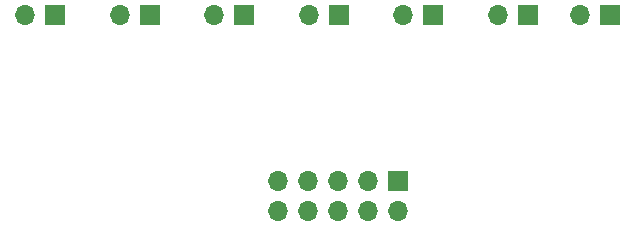
<source format=gbr>
%TF.GenerationSoftware,KiCad,Pcbnew,5.1.8*%
%TF.CreationDate,2021-02-12T19:11:50+01:00*%
%TF.ProjectId,breakout,62726561-6b6f-4757-942e-6b696361645f,rev?*%
%TF.SameCoordinates,Original*%
%TF.FileFunction,Soldermask,Bot*%
%TF.FilePolarity,Negative*%
%FSLAX46Y46*%
G04 Gerber Fmt 4.6, Leading zero omitted, Abs format (unit mm)*
G04 Created by KiCad (PCBNEW 5.1.8) date 2021-02-12 19:11:50*
%MOMM*%
%LPD*%
G01*
G04 APERTURE LIST*
%ADD10O,1.700000X1.700000*%
%ADD11R,1.700000X1.700000*%
G04 APERTURE END LIST*
D10*
%TO.C,J4*%
X173460000Y-62000000D03*
D11*
X176000000Y-62000000D03*
%TD*%
D10*
%TO.C,J7*%
X133460000Y-62000000D03*
D11*
X136000000Y-62000000D03*
%TD*%
D10*
%TO.C,J3*%
X149460000Y-62000000D03*
D11*
X152000000Y-62000000D03*
%TD*%
D10*
%TO.C,J2*%
X165460000Y-62000000D03*
D11*
X168000000Y-62000000D03*
%TD*%
D10*
%TO.C,J6*%
X180460000Y-62000000D03*
D11*
X183000000Y-62000000D03*
%TD*%
D10*
%TO.C,J1*%
X157460000Y-62000000D03*
D11*
X160000000Y-62000000D03*
%TD*%
D10*
%TO.C,J5*%
X141460000Y-62000000D03*
D11*
X144000000Y-62000000D03*
%TD*%
%TO.C,J0*%
X165000000Y-76000000D03*
D10*
X165000000Y-78540000D03*
X162460000Y-76000000D03*
X162460000Y-78540000D03*
X159920000Y-76000000D03*
X159920000Y-78540000D03*
X157380000Y-76000000D03*
X157380000Y-78540000D03*
X154840000Y-76000000D03*
X154840000Y-78540000D03*
%TD*%
M02*

</source>
